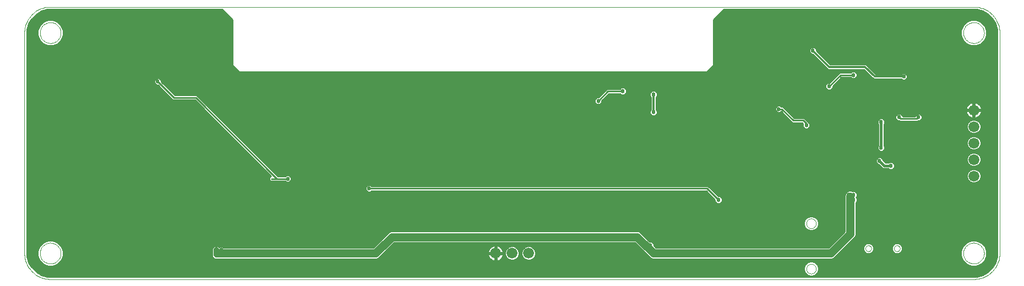
<source format=gbl>
G75*
G70*
%OFA0B0*%
%FSLAX24Y24*%
%IPPOS*%
%LPD*%
%AMOC8*
5,1,8,0,0,1.08239X$1,22.5*
%
%ADD10C,0.0000*%
%ADD11C,0.0660*%
%ADD12C,0.0100*%
%ADD13C,0.0246*%
%ADD14C,0.0500*%
%ADD15C,0.0320*%
%ADD16C,0.0160*%
%ADD17C,0.0120*%
D10*
X001725Y000937D02*
X057630Y000937D01*
X057000Y002512D02*
X057002Y002562D01*
X057008Y002612D01*
X057018Y002661D01*
X057032Y002709D01*
X057049Y002756D01*
X057070Y002801D01*
X057095Y002845D01*
X057123Y002886D01*
X057155Y002925D01*
X057189Y002962D01*
X057226Y002996D01*
X057266Y003026D01*
X057308Y003053D01*
X057352Y003077D01*
X057398Y003098D01*
X057445Y003114D01*
X057493Y003127D01*
X057543Y003136D01*
X057592Y003141D01*
X057643Y003142D01*
X057693Y003139D01*
X057742Y003132D01*
X057791Y003121D01*
X057839Y003106D01*
X057885Y003088D01*
X057930Y003066D01*
X057973Y003040D01*
X058014Y003011D01*
X058053Y002979D01*
X058089Y002944D01*
X058121Y002906D01*
X058151Y002866D01*
X058178Y002823D01*
X058201Y002779D01*
X058220Y002733D01*
X058236Y002685D01*
X058248Y002636D01*
X058256Y002587D01*
X058260Y002537D01*
X058260Y002487D01*
X058256Y002437D01*
X058248Y002388D01*
X058236Y002339D01*
X058220Y002291D01*
X058201Y002245D01*
X058178Y002201D01*
X058151Y002158D01*
X058121Y002118D01*
X058089Y002080D01*
X058053Y002045D01*
X058014Y002013D01*
X057973Y001984D01*
X057930Y001958D01*
X057885Y001936D01*
X057839Y001918D01*
X057791Y001903D01*
X057742Y001892D01*
X057693Y001885D01*
X057643Y001882D01*
X057592Y001883D01*
X057543Y001888D01*
X057493Y001897D01*
X057445Y001910D01*
X057398Y001926D01*
X057352Y001947D01*
X057308Y001971D01*
X057266Y001998D01*
X057226Y002028D01*
X057189Y002062D01*
X057155Y002099D01*
X057123Y002138D01*
X057095Y002179D01*
X057070Y002223D01*
X057049Y002268D01*
X057032Y002315D01*
X057018Y002363D01*
X057008Y002412D01*
X057002Y002462D01*
X057000Y002512D01*
X057630Y000937D02*
X057707Y000939D01*
X057784Y000945D01*
X057861Y000954D01*
X057937Y000967D01*
X058013Y000984D01*
X058087Y001005D01*
X058161Y001029D01*
X058233Y001057D01*
X058303Y001088D01*
X058372Y001123D01*
X058440Y001161D01*
X058505Y001202D01*
X058568Y001247D01*
X058629Y001295D01*
X058688Y001345D01*
X058744Y001398D01*
X058797Y001454D01*
X058847Y001513D01*
X058895Y001574D01*
X058940Y001637D01*
X058981Y001702D01*
X059019Y001770D01*
X059054Y001839D01*
X059085Y001909D01*
X059113Y001981D01*
X059137Y002055D01*
X059158Y002129D01*
X059175Y002205D01*
X059188Y002281D01*
X059197Y002358D01*
X059203Y002435D01*
X059205Y002512D01*
X059205Y015898D01*
X057000Y015898D02*
X057002Y015948D01*
X057008Y015998D01*
X057018Y016047D01*
X057032Y016095D01*
X057049Y016142D01*
X057070Y016187D01*
X057095Y016231D01*
X057123Y016272D01*
X057155Y016311D01*
X057189Y016348D01*
X057226Y016382D01*
X057266Y016412D01*
X057308Y016439D01*
X057352Y016463D01*
X057398Y016484D01*
X057445Y016500D01*
X057493Y016513D01*
X057543Y016522D01*
X057592Y016527D01*
X057643Y016528D01*
X057693Y016525D01*
X057742Y016518D01*
X057791Y016507D01*
X057839Y016492D01*
X057885Y016474D01*
X057930Y016452D01*
X057973Y016426D01*
X058014Y016397D01*
X058053Y016365D01*
X058089Y016330D01*
X058121Y016292D01*
X058151Y016252D01*
X058178Y016209D01*
X058201Y016165D01*
X058220Y016119D01*
X058236Y016071D01*
X058248Y016022D01*
X058256Y015973D01*
X058260Y015923D01*
X058260Y015873D01*
X058256Y015823D01*
X058248Y015774D01*
X058236Y015725D01*
X058220Y015677D01*
X058201Y015631D01*
X058178Y015587D01*
X058151Y015544D01*
X058121Y015504D01*
X058089Y015466D01*
X058053Y015431D01*
X058014Y015399D01*
X057973Y015370D01*
X057930Y015344D01*
X057885Y015322D01*
X057839Y015304D01*
X057791Y015289D01*
X057742Y015278D01*
X057693Y015271D01*
X057643Y015268D01*
X057592Y015269D01*
X057543Y015274D01*
X057493Y015283D01*
X057445Y015296D01*
X057398Y015312D01*
X057352Y015333D01*
X057308Y015357D01*
X057266Y015384D01*
X057226Y015414D01*
X057189Y015448D01*
X057155Y015485D01*
X057123Y015524D01*
X057095Y015565D01*
X057070Y015609D01*
X057049Y015654D01*
X057032Y015701D01*
X057018Y015749D01*
X057008Y015798D01*
X057002Y015848D01*
X057000Y015898D01*
X057630Y017473D02*
X057707Y017471D01*
X057784Y017465D01*
X057861Y017456D01*
X057937Y017443D01*
X058013Y017426D01*
X058087Y017405D01*
X058161Y017381D01*
X058233Y017353D01*
X058303Y017322D01*
X058372Y017287D01*
X058440Y017249D01*
X058505Y017208D01*
X058568Y017163D01*
X058629Y017115D01*
X058688Y017065D01*
X058744Y017012D01*
X058797Y016956D01*
X058847Y016897D01*
X058895Y016836D01*
X058940Y016773D01*
X058981Y016708D01*
X059019Y016640D01*
X059054Y016571D01*
X059085Y016501D01*
X059113Y016429D01*
X059137Y016355D01*
X059158Y016281D01*
X059175Y016205D01*
X059188Y016129D01*
X059197Y016052D01*
X059203Y015975D01*
X059205Y015898D01*
X057630Y017473D02*
X001725Y017473D01*
X001095Y015898D02*
X001097Y015948D01*
X001103Y015998D01*
X001113Y016047D01*
X001127Y016095D01*
X001144Y016142D01*
X001165Y016187D01*
X001190Y016231D01*
X001218Y016272D01*
X001250Y016311D01*
X001284Y016348D01*
X001321Y016382D01*
X001361Y016412D01*
X001403Y016439D01*
X001447Y016463D01*
X001493Y016484D01*
X001540Y016500D01*
X001588Y016513D01*
X001638Y016522D01*
X001687Y016527D01*
X001738Y016528D01*
X001788Y016525D01*
X001837Y016518D01*
X001886Y016507D01*
X001934Y016492D01*
X001980Y016474D01*
X002025Y016452D01*
X002068Y016426D01*
X002109Y016397D01*
X002148Y016365D01*
X002184Y016330D01*
X002216Y016292D01*
X002246Y016252D01*
X002273Y016209D01*
X002296Y016165D01*
X002315Y016119D01*
X002331Y016071D01*
X002343Y016022D01*
X002351Y015973D01*
X002355Y015923D01*
X002355Y015873D01*
X002351Y015823D01*
X002343Y015774D01*
X002331Y015725D01*
X002315Y015677D01*
X002296Y015631D01*
X002273Y015587D01*
X002246Y015544D01*
X002216Y015504D01*
X002184Y015466D01*
X002148Y015431D01*
X002109Y015399D01*
X002068Y015370D01*
X002025Y015344D01*
X001980Y015322D01*
X001934Y015304D01*
X001886Y015289D01*
X001837Y015278D01*
X001788Y015271D01*
X001738Y015268D01*
X001687Y015269D01*
X001638Y015274D01*
X001588Y015283D01*
X001540Y015296D01*
X001493Y015312D01*
X001447Y015333D01*
X001403Y015357D01*
X001361Y015384D01*
X001321Y015414D01*
X001284Y015448D01*
X001250Y015485D01*
X001218Y015524D01*
X001190Y015565D01*
X001165Y015609D01*
X001144Y015654D01*
X001127Y015701D01*
X001113Y015749D01*
X001103Y015798D01*
X001097Y015848D01*
X001095Y015898D01*
X000150Y015898D02*
X000152Y015975D01*
X000158Y016052D01*
X000167Y016129D01*
X000180Y016205D01*
X000197Y016281D01*
X000218Y016355D01*
X000242Y016429D01*
X000270Y016501D01*
X000301Y016571D01*
X000336Y016640D01*
X000374Y016708D01*
X000415Y016773D01*
X000460Y016836D01*
X000508Y016897D01*
X000558Y016956D01*
X000611Y017012D01*
X000667Y017065D01*
X000726Y017115D01*
X000787Y017163D01*
X000850Y017208D01*
X000915Y017249D01*
X000983Y017287D01*
X001052Y017322D01*
X001122Y017353D01*
X001194Y017381D01*
X001268Y017405D01*
X001342Y017426D01*
X001418Y017443D01*
X001494Y017456D01*
X001571Y017465D01*
X001648Y017471D01*
X001725Y017473D01*
X000150Y015898D02*
X000150Y002512D01*
X001095Y002512D02*
X001097Y002562D01*
X001103Y002612D01*
X001113Y002661D01*
X001127Y002709D01*
X001144Y002756D01*
X001165Y002801D01*
X001190Y002845D01*
X001218Y002886D01*
X001250Y002925D01*
X001284Y002962D01*
X001321Y002996D01*
X001361Y003026D01*
X001403Y003053D01*
X001447Y003077D01*
X001493Y003098D01*
X001540Y003114D01*
X001588Y003127D01*
X001638Y003136D01*
X001687Y003141D01*
X001738Y003142D01*
X001788Y003139D01*
X001837Y003132D01*
X001886Y003121D01*
X001934Y003106D01*
X001980Y003088D01*
X002025Y003066D01*
X002068Y003040D01*
X002109Y003011D01*
X002148Y002979D01*
X002184Y002944D01*
X002216Y002906D01*
X002246Y002866D01*
X002273Y002823D01*
X002296Y002779D01*
X002315Y002733D01*
X002331Y002685D01*
X002343Y002636D01*
X002351Y002587D01*
X002355Y002537D01*
X002355Y002487D01*
X002351Y002437D01*
X002343Y002388D01*
X002331Y002339D01*
X002315Y002291D01*
X002296Y002245D01*
X002273Y002201D01*
X002246Y002158D01*
X002216Y002118D01*
X002184Y002080D01*
X002148Y002045D01*
X002109Y002013D01*
X002068Y001984D01*
X002025Y001958D01*
X001980Y001936D01*
X001934Y001918D01*
X001886Y001903D01*
X001837Y001892D01*
X001788Y001885D01*
X001738Y001882D01*
X001687Y001883D01*
X001638Y001888D01*
X001588Y001897D01*
X001540Y001910D01*
X001493Y001926D01*
X001447Y001947D01*
X001403Y001971D01*
X001361Y001998D01*
X001321Y002028D01*
X001284Y002062D01*
X001250Y002099D01*
X001218Y002138D01*
X001190Y002179D01*
X001165Y002223D01*
X001144Y002268D01*
X001127Y002315D01*
X001113Y002363D01*
X001103Y002412D01*
X001097Y002462D01*
X001095Y002512D01*
X000150Y002512D02*
X000152Y002435D01*
X000158Y002358D01*
X000167Y002281D01*
X000180Y002205D01*
X000197Y002129D01*
X000218Y002055D01*
X000242Y001981D01*
X000270Y001909D01*
X000301Y001839D01*
X000336Y001770D01*
X000374Y001702D01*
X000415Y001637D01*
X000460Y001574D01*
X000508Y001513D01*
X000558Y001454D01*
X000611Y001398D01*
X000667Y001345D01*
X000726Y001295D01*
X000787Y001247D01*
X000850Y001202D01*
X000915Y001161D01*
X000983Y001123D01*
X001052Y001088D01*
X001122Y001057D01*
X001194Y001029D01*
X001268Y001005D01*
X001342Y000984D01*
X001418Y000967D01*
X001494Y000954D01*
X001571Y000945D01*
X001648Y000939D01*
X001725Y000937D01*
X047493Y001567D02*
X047495Y001601D01*
X047501Y001635D01*
X047511Y001668D01*
X047524Y001699D01*
X047542Y001729D01*
X047562Y001757D01*
X047586Y001782D01*
X047612Y001804D01*
X047640Y001822D01*
X047671Y001838D01*
X047703Y001850D01*
X047737Y001858D01*
X047771Y001862D01*
X047805Y001862D01*
X047839Y001858D01*
X047873Y001850D01*
X047905Y001838D01*
X047935Y001822D01*
X047964Y001804D01*
X047990Y001782D01*
X048014Y001757D01*
X048034Y001729D01*
X048052Y001699D01*
X048065Y001668D01*
X048075Y001635D01*
X048081Y001601D01*
X048083Y001567D01*
X048081Y001533D01*
X048075Y001499D01*
X048065Y001466D01*
X048052Y001435D01*
X048034Y001405D01*
X048014Y001377D01*
X047990Y001352D01*
X047964Y001330D01*
X047936Y001312D01*
X047905Y001296D01*
X047873Y001284D01*
X047839Y001276D01*
X047805Y001272D01*
X047771Y001272D01*
X047737Y001276D01*
X047703Y001284D01*
X047671Y001296D01*
X047640Y001312D01*
X047612Y001330D01*
X047586Y001352D01*
X047562Y001377D01*
X047542Y001405D01*
X047524Y001435D01*
X047511Y001466D01*
X047501Y001499D01*
X047495Y001533D01*
X047493Y001567D01*
X051075Y002807D02*
X051077Y002833D01*
X051083Y002859D01*
X051093Y002884D01*
X051106Y002907D01*
X051122Y002927D01*
X051142Y002945D01*
X051164Y002960D01*
X051187Y002972D01*
X051213Y002980D01*
X051239Y002984D01*
X051265Y002984D01*
X051291Y002980D01*
X051317Y002972D01*
X051341Y002960D01*
X051362Y002945D01*
X051382Y002927D01*
X051398Y002907D01*
X051411Y002884D01*
X051421Y002859D01*
X051427Y002833D01*
X051429Y002807D01*
X051427Y002781D01*
X051421Y002755D01*
X051411Y002730D01*
X051398Y002707D01*
X051382Y002687D01*
X051362Y002669D01*
X051340Y002654D01*
X051317Y002642D01*
X051291Y002634D01*
X051265Y002630D01*
X051239Y002630D01*
X051213Y002634D01*
X051187Y002642D01*
X051163Y002654D01*
X051142Y002669D01*
X051122Y002687D01*
X051106Y002707D01*
X051093Y002730D01*
X051083Y002755D01*
X051077Y002781D01*
X051075Y002807D01*
X052808Y002807D02*
X052810Y002833D01*
X052816Y002859D01*
X052826Y002884D01*
X052839Y002907D01*
X052855Y002927D01*
X052875Y002945D01*
X052897Y002960D01*
X052920Y002972D01*
X052946Y002980D01*
X052972Y002984D01*
X052998Y002984D01*
X053024Y002980D01*
X053050Y002972D01*
X053074Y002960D01*
X053095Y002945D01*
X053115Y002927D01*
X053131Y002907D01*
X053144Y002884D01*
X053154Y002859D01*
X053160Y002833D01*
X053162Y002807D01*
X053160Y002781D01*
X053154Y002755D01*
X053144Y002730D01*
X053131Y002707D01*
X053115Y002687D01*
X053095Y002669D01*
X053073Y002654D01*
X053050Y002642D01*
X053024Y002634D01*
X052998Y002630D01*
X052972Y002630D01*
X052946Y002634D01*
X052920Y002642D01*
X052896Y002654D01*
X052875Y002669D01*
X052855Y002687D01*
X052839Y002707D01*
X052826Y002730D01*
X052816Y002755D01*
X052810Y002781D01*
X052808Y002807D01*
X047493Y004323D02*
X047495Y004357D01*
X047501Y004391D01*
X047511Y004424D01*
X047524Y004455D01*
X047542Y004485D01*
X047562Y004513D01*
X047586Y004538D01*
X047612Y004560D01*
X047640Y004578D01*
X047671Y004594D01*
X047703Y004606D01*
X047737Y004614D01*
X047771Y004618D01*
X047805Y004618D01*
X047839Y004614D01*
X047873Y004606D01*
X047905Y004594D01*
X047935Y004578D01*
X047964Y004560D01*
X047990Y004538D01*
X048014Y004513D01*
X048034Y004485D01*
X048052Y004455D01*
X048065Y004424D01*
X048075Y004391D01*
X048081Y004357D01*
X048083Y004323D01*
X048081Y004289D01*
X048075Y004255D01*
X048065Y004222D01*
X048052Y004191D01*
X048034Y004161D01*
X048014Y004133D01*
X047990Y004108D01*
X047964Y004086D01*
X047936Y004068D01*
X047905Y004052D01*
X047873Y004040D01*
X047839Y004032D01*
X047805Y004028D01*
X047771Y004028D01*
X047737Y004032D01*
X047703Y004040D01*
X047671Y004052D01*
X047640Y004068D01*
X047612Y004086D01*
X047586Y004108D01*
X047562Y004133D01*
X047542Y004161D01*
X047524Y004191D01*
X047511Y004222D01*
X047501Y004255D01*
X047495Y004289D01*
X047493Y004323D01*
D11*
X057630Y007205D03*
X057630Y008205D03*
X057630Y009205D03*
X057630Y010205D03*
X057630Y011205D03*
X030678Y002512D03*
X029678Y002512D03*
X028678Y002512D03*
D12*
X001539Y001100D02*
X001180Y001196D01*
X000927Y001342D01*
X000554Y001714D01*
X000408Y001967D01*
X000312Y002326D01*
X000300Y002512D01*
X000300Y015898D01*
X000312Y016084D01*
X000408Y016443D01*
X000554Y016696D01*
X000927Y017068D01*
X001180Y017214D01*
X001539Y017311D01*
X001725Y017323D01*
X012111Y017323D01*
X012748Y016685D01*
X012748Y013930D01*
X013142Y013536D01*
X041489Y013536D01*
X041882Y013930D01*
X041882Y016685D01*
X042520Y017323D01*
X057630Y017323D01*
X057816Y017311D01*
X058176Y017214D01*
X058429Y017068D01*
X058801Y016696D01*
X058947Y016443D01*
X059043Y016084D01*
X059055Y015898D01*
X059055Y002512D01*
X059043Y002326D01*
X058947Y001967D01*
X058947Y001967D01*
X058801Y001714D01*
X058429Y001342D01*
X058176Y001196D01*
X057816Y001100D01*
X057630Y001087D01*
X001725Y001087D01*
X001539Y001100D01*
X001409Y001134D02*
X047669Y001134D01*
X047699Y001122D02*
X047876Y001122D01*
X048040Y001190D01*
X048165Y001315D01*
X048233Y001479D01*
X048233Y001656D01*
X048165Y001820D01*
X048040Y001945D01*
X047876Y002013D01*
X047699Y002013D01*
X047536Y001945D01*
X047410Y001820D01*
X047343Y001656D01*
X047343Y001479D01*
X047410Y001315D01*
X047536Y001190D01*
X047699Y001122D01*
X047906Y001134D02*
X057946Y001134D01*
X058240Y001233D02*
X048083Y001233D01*
X048172Y001331D02*
X058410Y001331D01*
X058517Y001430D02*
X048213Y001430D01*
X048233Y001528D02*
X058615Y001528D01*
X058714Y001627D02*
X048233Y001627D01*
X048204Y001725D02*
X058807Y001725D01*
X058864Y001824D02*
X058007Y001824D01*
X058072Y001851D02*
X057785Y001732D01*
X057475Y001732D01*
X057189Y001851D01*
X056969Y002070D01*
X056850Y002357D01*
X056850Y002667D01*
X056969Y002954D01*
X057189Y003173D01*
X057475Y003292D01*
X057785Y003292D01*
X058072Y003173D01*
X058291Y002954D01*
X058410Y002667D01*
X058410Y002357D01*
X058291Y002070D01*
X058072Y001851D01*
X058143Y001922D02*
X058921Y001922D01*
X058961Y002021D02*
X058242Y002021D01*
X058312Y002119D02*
X058988Y002119D01*
X059014Y002218D02*
X058353Y002218D01*
X058393Y002316D02*
X059040Y002316D01*
X059049Y002415D02*
X058410Y002415D01*
X058410Y002513D02*
X059055Y002513D01*
X059055Y002612D02*
X058410Y002612D01*
X058392Y002710D02*
X059055Y002710D01*
X059055Y002809D02*
X058352Y002809D01*
X058311Y002907D02*
X059055Y002907D01*
X059055Y003006D02*
X058240Y003006D01*
X058141Y003104D02*
X059055Y003104D01*
X059055Y003203D02*
X058001Y003203D01*
X057260Y003203D02*
X050155Y003203D01*
X050253Y003301D02*
X059055Y003301D01*
X059055Y003400D02*
X050352Y003400D01*
X050348Y003397D02*
X050447Y003495D01*
X050500Y003624D01*
X050500Y005598D01*
X050570Y005668D01*
X050570Y005853D01*
X050515Y005908D01*
X050570Y005963D01*
X050570Y006148D01*
X050439Y006279D01*
X050289Y006279D01*
X050220Y006307D01*
X050080Y006307D01*
X050011Y006279D01*
X049959Y006279D01*
X049829Y006148D01*
X049829Y006096D01*
X049800Y006027D01*
X049800Y003838D01*
X048824Y002862D01*
X038386Y002862D01*
X038267Y002981D01*
X038267Y003097D01*
X038136Y003227D01*
X038020Y003227D01*
X037455Y003793D01*
X037326Y003846D01*
X022324Y003846D01*
X022196Y003793D01*
X022097Y003695D01*
X021265Y002862D01*
X012222Y002862D01*
X012152Y002932D01*
X011967Y002932D01*
X011938Y002903D01*
X011911Y002929D01*
X011816Y002969D01*
X011712Y002969D01*
X011617Y002929D01*
X011544Y002856D01*
X011504Y002761D01*
X011504Y002362D01*
X011544Y002267D01*
X011617Y002193D01*
X011712Y002154D01*
X012111Y002154D01*
X012132Y002162D01*
X020495Y002162D01*
X021479Y002162D01*
X021608Y002215D01*
X022539Y003146D01*
X037111Y003146D01*
X037944Y002314D01*
X038042Y002215D01*
X038171Y002162D01*
X049039Y002162D01*
X049167Y002215D01*
X050348Y003397D01*
X050448Y003498D02*
X059055Y003498D01*
X059055Y003597D02*
X050489Y003597D01*
X050500Y003695D02*
X059055Y003695D01*
X059055Y003794D02*
X050500Y003794D01*
X050500Y003892D02*
X059055Y003892D01*
X059055Y003991D02*
X050500Y003991D01*
X050500Y004089D02*
X059055Y004089D01*
X059055Y004188D02*
X050500Y004188D01*
X050500Y004286D02*
X059055Y004286D01*
X059055Y004385D02*
X050500Y004385D01*
X050500Y004483D02*
X059055Y004483D01*
X059055Y004582D02*
X050500Y004582D01*
X050500Y004680D02*
X059055Y004680D01*
X059055Y004779D02*
X050500Y004779D01*
X050500Y004877D02*
X059055Y004877D01*
X059055Y004976D02*
X050500Y004976D01*
X050500Y005074D02*
X059055Y005074D01*
X059055Y005173D02*
X050500Y005173D01*
X050500Y005271D02*
X059055Y005271D01*
X059055Y005370D02*
X050500Y005370D01*
X050500Y005468D02*
X059055Y005468D01*
X059055Y005567D02*
X050500Y005567D01*
X050567Y005665D02*
X059055Y005665D01*
X059055Y005764D02*
X050570Y005764D01*
X050560Y005862D02*
X059055Y005862D01*
X059055Y005961D02*
X050568Y005961D01*
X050570Y006059D02*
X059055Y006059D01*
X059055Y006158D02*
X050560Y006158D01*
X050461Y006256D02*
X059055Y006256D01*
X059055Y006355D02*
X041795Y006355D01*
X041697Y006453D02*
X059055Y006453D01*
X059055Y006552D02*
X041598Y006552D01*
X041551Y006599D02*
X021181Y006599D01*
X021109Y006672D01*
X020924Y006672D01*
X020793Y006542D01*
X020793Y006357D01*
X020924Y006226D01*
X021109Y006226D01*
X021181Y006299D01*
X041426Y006299D01*
X041955Y005771D01*
X041955Y005668D01*
X042085Y005537D01*
X042270Y005537D01*
X042401Y005668D01*
X042401Y005853D01*
X042270Y005983D01*
X042167Y005983D01*
X041551Y006599D01*
X041489Y006449D02*
X042178Y005760D01*
X042401Y005764D02*
X049800Y005764D01*
X049800Y005862D02*
X042391Y005862D01*
X042292Y005961D02*
X049800Y005961D01*
X049814Y006059D02*
X042091Y006059D01*
X041992Y006158D02*
X049839Y006158D01*
X049937Y006256D02*
X041894Y006256D01*
X041666Y006059D02*
X000300Y006059D01*
X000300Y005961D02*
X041765Y005961D01*
X041863Y005862D02*
X000300Y005862D01*
X000300Y005764D02*
X041955Y005764D01*
X041957Y005665D02*
X000300Y005665D01*
X000300Y005567D02*
X042056Y005567D01*
X042300Y005567D02*
X049800Y005567D01*
X049800Y005665D02*
X042398Y005665D01*
X041568Y006158D02*
X000300Y006158D01*
X000300Y006256D02*
X020894Y006256D01*
X020795Y006355D02*
X000300Y006355D01*
X000300Y006453D02*
X020793Y006453D01*
X020803Y006552D02*
X000300Y006552D01*
X000300Y006650D02*
X020902Y006650D01*
X021130Y006650D02*
X059055Y006650D01*
X059055Y006749D02*
X000300Y006749D01*
X000300Y006847D02*
X015972Y006847D01*
X016003Y006817D02*
X016187Y006817D01*
X016318Y006947D01*
X016318Y007132D01*
X016187Y007263D01*
X016003Y007263D01*
X015930Y007190D01*
X015507Y007190D01*
X010586Y012111D01*
X009267Y012111D01*
X008444Y012934D01*
X008444Y013038D01*
X008313Y013168D01*
X008128Y013168D01*
X007998Y013038D01*
X007998Y012853D01*
X008128Y012722D01*
X008232Y012722D01*
X009055Y011899D01*
X009143Y011811D01*
X010462Y011811D01*
X015083Y007190D01*
X015048Y007190D01*
X014961Y007102D01*
X014961Y006978D01*
X015048Y006890D01*
X015930Y006890D01*
X016003Y006817D01*
X016218Y006847D02*
X057380Y006847D01*
X057387Y006841D02*
X057545Y006775D01*
X057716Y006775D01*
X057874Y006841D01*
X057995Y006962D01*
X058060Y007120D01*
X058060Y007291D01*
X057995Y007449D01*
X057874Y007570D01*
X057716Y007635D01*
X057545Y007635D01*
X057387Y007570D01*
X057266Y007449D01*
X057200Y007291D01*
X057200Y007120D01*
X057266Y006962D01*
X057387Y006841D01*
X057281Y006946D02*
X016316Y006946D01*
X016318Y007044D02*
X057231Y007044D01*
X057200Y007143D02*
X016307Y007143D01*
X016209Y007241D02*
X057200Y007241D01*
X057221Y007340D02*
X015357Y007340D01*
X015259Y007438D02*
X057262Y007438D01*
X057354Y007537D02*
X015160Y007537D01*
X015062Y007635D02*
X052487Y007635D01*
X052475Y007647D02*
X052518Y007604D01*
X052703Y007604D01*
X052834Y007735D01*
X052834Y007920D01*
X052703Y008050D01*
X052518Y008050D01*
X052475Y008007D01*
X052291Y008007D01*
X052145Y008154D01*
X052145Y008215D01*
X052014Y008345D01*
X051829Y008345D01*
X051699Y008215D01*
X051699Y008030D01*
X051829Y007899D01*
X051890Y007899D01*
X052142Y007647D01*
X052475Y007647D01*
X052734Y007635D02*
X059055Y007635D01*
X059055Y007537D02*
X057907Y007537D01*
X057999Y007438D02*
X059055Y007438D01*
X059055Y007340D02*
X058040Y007340D01*
X058060Y007241D02*
X059055Y007241D01*
X059055Y007143D02*
X058060Y007143D01*
X058029Y007044D02*
X059055Y007044D01*
X059055Y006946D02*
X057979Y006946D01*
X057881Y006847D02*
X059055Y006847D01*
X059055Y007734D02*
X052833Y007734D01*
X052834Y007832D02*
X057406Y007832D01*
X057387Y007841D02*
X057545Y007775D01*
X057716Y007775D01*
X057874Y007841D01*
X057995Y007962D01*
X058060Y008120D01*
X058060Y008291D01*
X057995Y008449D01*
X057874Y008570D01*
X057716Y008635D01*
X057545Y008635D01*
X057387Y008570D01*
X057266Y008449D01*
X057200Y008291D01*
X057200Y008120D01*
X057266Y007962D01*
X057387Y007841D01*
X057296Y007931D02*
X052822Y007931D01*
X052724Y008029D02*
X057238Y008029D01*
X057200Y008128D02*
X052171Y008128D01*
X052133Y008226D02*
X057200Y008226D01*
X057215Y008325D02*
X052035Y008325D01*
X051809Y008325D02*
X014372Y008325D01*
X014274Y008423D02*
X057255Y008423D01*
X057339Y008522D02*
X014175Y008522D01*
X014077Y008620D02*
X057509Y008620D01*
X057545Y008775D02*
X057716Y008775D01*
X057874Y008841D01*
X057995Y008962D01*
X058060Y009120D01*
X058060Y009291D01*
X057995Y009449D01*
X057874Y009570D01*
X057716Y009635D01*
X057545Y009635D01*
X057387Y009570D01*
X057266Y009449D01*
X057200Y009291D01*
X057200Y009120D01*
X057266Y008962D01*
X057387Y008841D01*
X057545Y008775D01*
X057443Y008817D02*
X052243Y008817D01*
X052112Y008687D01*
X051928Y008687D01*
X051797Y008817D01*
X013880Y008817D01*
X013978Y008719D02*
X051896Y008719D01*
X051797Y008817D02*
X051797Y009002D01*
X051840Y009045D01*
X051840Y010349D01*
X051797Y010392D01*
X051797Y010577D01*
X051928Y010708D01*
X052112Y010708D01*
X052243Y010577D01*
X052243Y010392D01*
X052200Y010349D01*
X052200Y009045D01*
X052243Y009002D01*
X052243Y008817D01*
X052243Y008916D02*
X057311Y008916D01*
X057244Y009014D02*
X052231Y009014D01*
X052200Y009113D02*
X057203Y009113D01*
X057200Y009211D02*
X052200Y009211D01*
X052200Y009310D02*
X057208Y009310D01*
X057249Y009408D02*
X052200Y009408D01*
X052200Y009507D02*
X057324Y009507D01*
X057473Y009605D02*
X052200Y009605D01*
X052200Y009704D02*
X059055Y009704D01*
X059055Y009802D02*
X057782Y009802D01*
X057716Y009775D02*
X057874Y009841D01*
X057995Y009962D01*
X058060Y010120D01*
X058060Y010291D01*
X057995Y010449D01*
X057874Y010570D01*
X057716Y010635D01*
X057545Y010635D01*
X057387Y010570D01*
X057266Y010449D01*
X057200Y010291D01*
X057200Y010120D01*
X057266Y009962D01*
X057387Y009841D01*
X057545Y009775D01*
X057716Y009775D01*
X057788Y009605D02*
X059055Y009605D01*
X059055Y009507D02*
X057937Y009507D01*
X058012Y009408D02*
X059055Y009408D01*
X059055Y009310D02*
X058052Y009310D01*
X058060Y009211D02*
X059055Y009211D01*
X059055Y009113D02*
X058058Y009113D01*
X058017Y009014D02*
X059055Y009014D01*
X059055Y008916D02*
X057949Y008916D01*
X057818Y008817D02*
X059055Y008817D01*
X059055Y008719D02*
X052145Y008719D01*
X051797Y008916D02*
X013781Y008916D01*
X013683Y009014D02*
X051809Y009014D01*
X051840Y009113D02*
X013584Y009113D01*
X013486Y009211D02*
X051840Y009211D01*
X051840Y009310D02*
X013387Y009310D01*
X013289Y009408D02*
X051840Y009408D01*
X051840Y009507D02*
X013190Y009507D01*
X013092Y009605D02*
X051840Y009605D01*
X051840Y009704D02*
X012993Y009704D01*
X012895Y009802D02*
X051840Y009802D01*
X051840Y009901D02*
X012796Y009901D01*
X012698Y009999D02*
X051840Y009999D01*
X051840Y010098D02*
X047618Y010098D01*
X047585Y010065D02*
X047716Y010195D01*
X047716Y010380D01*
X047585Y010511D01*
X047580Y010511D01*
X047446Y010645D01*
X047358Y010733D01*
X046767Y010733D01*
X046166Y011334D01*
X046078Y011422D01*
X045985Y011422D01*
X045912Y011495D01*
X045727Y011495D01*
X045596Y011364D01*
X045596Y011180D01*
X045727Y011049D01*
X045912Y011049D01*
X045969Y011107D01*
X046643Y010433D01*
X047234Y010433D01*
X047278Y010389D01*
X047270Y010380D01*
X047270Y010195D01*
X047400Y010065D01*
X047585Y010065D01*
X047716Y010196D02*
X051840Y010196D01*
X051840Y010295D02*
X047716Y010295D01*
X047702Y010393D02*
X051797Y010393D01*
X051797Y010492D02*
X047604Y010492D01*
X047500Y010590D02*
X051811Y010590D01*
X051909Y010689D02*
X047402Y010689D01*
X047296Y010583D02*
X046705Y010583D01*
X046016Y011272D01*
X045819Y011272D01*
X045596Y011280D02*
X038401Y011280D01*
X038401Y011231D02*
X038401Y012003D01*
X038464Y012066D01*
X038464Y012250D01*
X038333Y012381D01*
X038148Y012381D01*
X038018Y012250D01*
X038018Y012066D01*
X038081Y012003D01*
X038081Y011231D01*
X038018Y011168D01*
X038018Y010983D01*
X038148Y010852D01*
X038333Y010852D01*
X038464Y010983D01*
X038464Y011168D01*
X038401Y011231D01*
X038450Y011181D02*
X045596Y011181D01*
X045693Y011083D02*
X038464Y011083D01*
X038464Y010984D02*
X046092Y010984D01*
X046190Y010886D02*
X038367Y010886D01*
X038114Y010886D02*
X011811Y010886D01*
X011713Y010984D02*
X038018Y010984D01*
X038018Y011083D02*
X011614Y011083D01*
X011516Y011181D02*
X038031Y011181D01*
X038081Y011280D02*
X011417Y011280D01*
X011319Y011378D02*
X038081Y011378D01*
X038081Y011477D02*
X011220Y011477D01*
X011122Y011575D02*
X034767Y011575D01*
X034802Y011541D02*
X034671Y011672D01*
X034671Y011857D01*
X034802Y011987D01*
X034905Y011987D01*
X035423Y012505D01*
X036205Y012505D01*
X036278Y012578D01*
X036463Y012578D01*
X036593Y012447D01*
X036593Y012262D01*
X036463Y012132D01*
X036278Y012132D01*
X036205Y012205D01*
X035547Y012205D01*
X035117Y011775D01*
X035117Y011672D01*
X034986Y011541D01*
X034802Y011541D01*
X034671Y011674D02*
X011023Y011674D01*
X010925Y011772D02*
X034671Y011772D01*
X034685Y011871D02*
X010826Y011871D01*
X010728Y011969D02*
X034784Y011969D01*
X034986Y012068D02*
X010629Y012068D01*
X010524Y011961D02*
X015445Y007040D01*
X016095Y007040D01*
X015981Y007241D02*
X015456Y007241D01*
X015445Y007040D02*
X015111Y007040D01*
X015002Y007143D02*
X000300Y007143D01*
X000300Y007241D02*
X015031Y007241D01*
X014933Y007340D02*
X000300Y007340D01*
X000300Y007438D02*
X014834Y007438D01*
X014736Y007537D02*
X000300Y007537D01*
X000300Y007635D02*
X014637Y007635D01*
X014539Y007734D02*
X000300Y007734D01*
X000300Y007832D02*
X014440Y007832D01*
X014342Y007931D02*
X000300Y007931D01*
X000300Y008029D02*
X014243Y008029D01*
X014145Y008128D02*
X000300Y008128D01*
X000300Y008226D02*
X014046Y008226D01*
X013948Y008325D02*
X000300Y008325D01*
X000300Y008423D02*
X013849Y008423D01*
X013751Y008522D02*
X000300Y008522D01*
X000300Y008620D02*
X013652Y008620D01*
X013554Y008719D02*
X000300Y008719D01*
X000300Y008817D02*
X013455Y008817D01*
X013357Y008916D02*
X000300Y008916D01*
X000300Y009014D02*
X013258Y009014D01*
X013160Y009113D02*
X000300Y009113D01*
X000300Y009211D02*
X013061Y009211D01*
X012963Y009310D02*
X000300Y009310D01*
X000300Y009408D02*
X012864Y009408D01*
X012766Y009507D02*
X000300Y009507D01*
X000300Y009605D02*
X012667Y009605D01*
X012569Y009704D02*
X000300Y009704D01*
X000300Y009802D02*
X012470Y009802D01*
X012372Y009901D02*
X000300Y009901D01*
X000300Y009999D02*
X012273Y009999D01*
X012175Y010098D02*
X000300Y010098D01*
X000300Y010196D02*
X012076Y010196D01*
X011978Y010295D02*
X000300Y010295D01*
X000300Y010393D02*
X011879Y010393D01*
X011781Y010492D02*
X000300Y010492D01*
X000300Y010590D02*
X011682Y010590D01*
X011584Y010689D02*
X000300Y010689D01*
X000300Y010787D02*
X011485Y010787D01*
X011387Y010886D02*
X000300Y010886D01*
X000300Y010984D02*
X011288Y010984D01*
X011190Y011083D02*
X000300Y011083D01*
X000300Y011181D02*
X011091Y011181D01*
X010993Y011280D02*
X000300Y011280D01*
X000300Y011378D02*
X010894Y011378D01*
X010796Y011477D02*
X000300Y011477D01*
X000300Y011575D02*
X010697Y011575D01*
X010599Y011674D02*
X000300Y011674D01*
X000300Y011772D02*
X010500Y011772D01*
X010524Y011961D02*
X009205Y011961D01*
X008221Y012945D01*
X008444Y012954D02*
X048963Y012954D01*
X048881Y012873D02*
X048778Y012873D01*
X048647Y012742D01*
X048647Y012558D01*
X048778Y012427D01*
X048963Y012427D01*
X049093Y012558D01*
X049093Y012661D01*
X049622Y013189D01*
X050181Y013189D01*
X050254Y013116D01*
X050439Y013116D01*
X050570Y013247D01*
X050570Y013431D01*
X050439Y013562D01*
X050254Y013562D01*
X050181Y013489D01*
X049497Y013489D01*
X048881Y012873D01*
X048761Y012856D02*
X008522Y012856D01*
X008621Y012757D02*
X048663Y012757D01*
X048647Y012659D02*
X008719Y012659D01*
X008818Y012560D02*
X036261Y012560D01*
X036480Y012560D02*
X048647Y012560D01*
X048743Y012462D02*
X036579Y012462D01*
X036593Y012363D02*
X038131Y012363D01*
X038032Y012265D02*
X036593Y012265D01*
X036498Y012166D02*
X038018Y012166D01*
X038018Y012068D02*
X035410Y012068D01*
X035508Y012166D02*
X036243Y012166D01*
X036370Y012355D02*
X035485Y012355D01*
X034894Y011764D01*
X035117Y011772D02*
X038081Y011772D01*
X038081Y011674D02*
X035117Y011674D01*
X035021Y011575D02*
X038081Y011575D01*
X038081Y011871D02*
X035213Y011871D01*
X035311Y011969D02*
X038081Y011969D01*
X038401Y011969D02*
X059055Y011969D01*
X059055Y011871D02*
X038401Y011871D01*
X038401Y011772D02*
X059055Y011772D01*
X059055Y011674D02*
X057739Y011674D01*
X057743Y011673D02*
X057679Y011683D01*
X057679Y011254D01*
X057582Y011254D01*
X057582Y011683D01*
X057518Y011673D01*
X057446Y011650D01*
X057379Y011616D01*
X057318Y011571D01*
X057264Y011518D01*
X057220Y011457D01*
X057185Y011389D01*
X057162Y011318D01*
X057152Y011254D01*
X057582Y011254D01*
X057582Y011157D01*
X057152Y011157D01*
X057162Y011093D01*
X057185Y011021D01*
X057220Y010954D01*
X057264Y010892D01*
X057318Y010839D01*
X057379Y010795D01*
X057446Y010760D01*
X057518Y010737D01*
X057582Y010727D01*
X057582Y011157D01*
X057679Y011157D01*
X057679Y011254D01*
X058109Y011254D01*
X058098Y011318D01*
X058075Y011389D01*
X058041Y011457D01*
X057996Y011518D01*
X057943Y011571D01*
X057882Y011616D01*
X057815Y011650D01*
X057743Y011673D01*
X057679Y011674D02*
X057582Y011674D01*
X057522Y011674D02*
X038401Y011674D01*
X038401Y011575D02*
X057323Y011575D01*
X057234Y011477D02*
X045930Y011477D01*
X046122Y011378D02*
X057182Y011378D01*
X057156Y011280D02*
X046220Y011280D01*
X046319Y011181D02*
X057582Y011181D01*
X057679Y011181D02*
X059055Y011181D01*
X059055Y011083D02*
X058095Y011083D01*
X058098Y011093D02*
X058109Y011157D01*
X057679Y011157D01*
X057679Y010727D01*
X057743Y010737D01*
X057815Y010760D01*
X057882Y010795D01*
X057943Y010839D01*
X057996Y010892D01*
X058041Y010954D01*
X058075Y011021D01*
X058098Y011093D01*
X058057Y010984D02*
X059055Y010984D01*
X059055Y010886D02*
X057990Y010886D01*
X057868Y010787D02*
X059055Y010787D01*
X059055Y010689D02*
X054507Y010689D01*
X054507Y010688D02*
X054507Y010872D01*
X054376Y011003D01*
X054191Y011003D01*
X054061Y010872D01*
X054061Y010831D01*
X053326Y010831D01*
X053326Y010872D01*
X053195Y011003D01*
X053010Y011003D01*
X052880Y010872D01*
X052880Y010688D01*
X053010Y010557D01*
X053114Y010557D01*
X053139Y010531D01*
X054248Y010531D01*
X054273Y010557D01*
X054376Y010557D01*
X054507Y010688D01*
X054507Y010787D02*
X057393Y010787D01*
X057271Y010886D02*
X054493Y010886D01*
X054395Y010984D02*
X057204Y010984D01*
X057165Y011083D02*
X046417Y011083D01*
X046516Y010984D02*
X052992Y010984D01*
X052893Y010886D02*
X046614Y010886D01*
X046713Y010787D02*
X052880Y010787D01*
X052880Y010689D02*
X052131Y010689D01*
X052230Y010590D02*
X052977Y010590D01*
X053103Y010780D02*
X053201Y010681D01*
X054185Y010681D01*
X054284Y010780D01*
X054410Y010590D02*
X057437Y010590D01*
X057309Y010492D02*
X052243Y010492D01*
X052243Y010393D02*
X057243Y010393D01*
X057202Y010295D02*
X052200Y010295D01*
X052200Y010196D02*
X057200Y010196D01*
X057209Y010098D02*
X052200Y010098D01*
X052200Y009999D02*
X057250Y009999D01*
X057326Y009901D02*
X052200Y009901D01*
X052200Y009802D02*
X057479Y009802D01*
X057934Y009901D02*
X059055Y009901D01*
X059055Y009999D02*
X058011Y009999D01*
X058051Y010098D02*
X059055Y010098D01*
X059055Y010196D02*
X058060Y010196D01*
X058059Y010295D02*
X059055Y010295D01*
X059055Y010393D02*
X058018Y010393D01*
X057952Y010492D02*
X059055Y010492D01*
X059055Y010590D02*
X057824Y010590D01*
X057679Y010787D02*
X057582Y010787D01*
X057582Y010886D02*
X057679Y010886D01*
X057679Y010984D02*
X057582Y010984D01*
X057582Y011083D02*
X057679Y011083D01*
X057679Y011280D02*
X057582Y011280D01*
X057582Y011378D02*
X057679Y011378D01*
X057679Y011477D02*
X057582Y011477D01*
X057582Y011575D02*
X057679Y011575D01*
X057937Y011575D02*
X059055Y011575D01*
X059055Y011477D02*
X058026Y011477D01*
X058079Y011378D02*
X059055Y011378D01*
X059055Y011280D02*
X058104Y011280D01*
X059055Y012068D02*
X038464Y012068D01*
X038464Y012166D02*
X059055Y012166D01*
X059055Y012265D02*
X038449Y012265D01*
X038350Y012363D02*
X059055Y012363D01*
X059055Y012462D02*
X048998Y012462D01*
X049093Y012560D02*
X059055Y012560D01*
X059055Y012659D02*
X049093Y012659D01*
X049190Y012757D02*
X059055Y012757D01*
X059055Y012856D02*
X049289Y012856D01*
X049387Y012954D02*
X059055Y012954D01*
X059055Y013053D02*
X053526Y013053D01*
X053490Y013018D02*
X053621Y013148D01*
X053621Y013333D01*
X053490Y013464D01*
X053306Y013464D01*
X053243Y013401D01*
X051693Y013401D01*
X051196Y013897D01*
X051102Y013991D01*
X048937Y013991D01*
X048109Y014819D01*
X048109Y014908D01*
X047979Y015038D01*
X047794Y015038D01*
X047663Y014908D01*
X047663Y014723D01*
X047794Y014592D01*
X047883Y014592D01*
X048804Y013671D01*
X050970Y013671D01*
X051560Y013081D01*
X053243Y013081D01*
X053306Y013018D01*
X053490Y013018D01*
X053621Y013151D02*
X059055Y013151D01*
X059055Y013250D02*
X053621Y013250D01*
X053606Y013348D02*
X059055Y013348D01*
X059055Y013447D02*
X053507Y013447D01*
X053289Y013447D02*
X051646Y013447D01*
X051548Y013545D02*
X059055Y013545D01*
X059055Y013644D02*
X051449Y013644D01*
X051351Y013742D02*
X059055Y013742D01*
X059055Y013841D02*
X051252Y013841D01*
X051154Y013939D02*
X059055Y013939D01*
X059055Y014038D02*
X048890Y014038D01*
X048791Y014136D02*
X059055Y014136D01*
X059055Y014235D02*
X048693Y014235D01*
X048594Y014333D02*
X059055Y014333D01*
X059055Y014432D02*
X048496Y014432D01*
X048397Y014530D02*
X059055Y014530D01*
X059055Y014629D02*
X048299Y014629D01*
X048200Y014727D02*
X059055Y014727D01*
X059055Y014826D02*
X048109Y014826D01*
X048092Y014924D02*
X059055Y014924D01*
X059055Y015023D02*
X047994Y015023D01*
X047778Y015023D02*
X041882Y015023D01*
X041882Y015121D02*
X057467Y015121D01*
X057475Y015118D02*
X057785Y015118D01*
X058072Y015237D01*
X058291Y015456D01*
X058410Y015743D01*
X058410Y016053D01*
X058291Y016340D01*
X058072Y016559D01*
X057785Y016678D01*
X057475Y016678D01*
X057189Y016559D01*
X056969Y016340D01*
X056850Y016053D01*
X056850Y015743D01*
X056969Y015456D01*
X057189Y015237D01*
X057475Y015118D01*
X057229Y015220D02*
X041882Y015220D01*
X041882Y015318D02*
X057107Y015318D01*
X057008Y015417D02*
X041882Y015417D01*
X041882Y015515D02*
X056945Y015515D01*
X056904Y015614D02*
X041882Y015614D01*
X041882Y015712D02*
X056863Y015712D01*
X056850Y015811D02*
X041882Y015811D01*
X041882Y015909D02*
X056850Y015909D01*
X056850Y016008D02*
X041882Y016008D01*
X041882Y016106D02*
X056872Y016106D01*
X056913Y016205D02*
X041882Y016205D01*
X041882Y016303D02*
X056954Y016303D01*
X057031Y016402D02*
X041882Y016402D01*
X041882Y016500D02*
X057130Y016500D01*
X057284Y016599D02*
X041882Y016599D01*
X041894Y016697D02*
X058799Y016697D01*
X058857Y016599D02*
X057976Y016599D01*
X058131Y016500D02*
X058914Y016500D01*
X058958Y016402D02*
X058229Y016402D01*
X058307Y016303D02*
X058984Y016303D01*
X059011Y016205D02*
X058347Y016205D01*
X058388Y016106D02*
X059037Y016106D01*
X059048Y016008D02*
X058410Y016008D01*
X058410Y015909D02*
X059054Y015909D01*
X059055Y015811D02*
X058410Y015811D01*
X058398Y015712D02*
X059055Y015712D01*
X059055Y015614D02*
X058357Y015614D01*
X058316Y015515D02*
X059055Y015515D01*
X059055Y015417D02*
X058252Y015417D01*
X058154Y015318D02*
X059055Y015318D01*
X059055Y015220D02*
X058031Y015220D01*
X057793Y015121D02*
X059055Y015121D01*
X058701Y016796D02*
X041993Y016796D01*
X042091Y016894D02*
X058602Y016894D01*
X058504Y016993D02*
X042190Y016993D01*
X042288Y017091D02*
X058388Y017091D01*
X058218Y017190D02*
X042387Y017190D01*
X042485Y017288D02*
X057899Y017288D01*
X048142Y014333D02*
X041882Y014333D01*
X041882Y014235D02*
X048240Y014235D01*
X048339Y014136D02*
X041882Y014136D01*
X041882Y014038D02*
X048437Y014038D01*
X048536Y013939D02*
X041882Y013939D01*
X041794Y013841D02*
X048634Y013841D01*
X048733Y013742D02*
X041695Y013742D01*
X041597Y013644D02*
X050997Y013644D01*
X051095Y013545D02*
X050456Y013545D01*
X050554Y013447D02*
X051194Y013447D01*
X051292Y013348D02*
X050570Y013348D01*
X050570Y013250D02*
X051391Y013250D01*
X051489Y013151D02*
X050475Y013151D01*
X050347Y013339D02*
X049559Y013339D01*
X048870Y012650D01*
X049061Y013053D02*
X008429Y013053D01*
X008330Y013151D02*
X049160Y013151D01*
X049258Y013250D02*
X000300Y013250D01*
X000300Y013348D02*
X049357Y013348D01*
X049455Y013447D02*
X000300Y013447D01*
X000300Y013545D02*
X013133Y013545D01*
X013034Y013644D02*
X000300Y013644D01*
X000300Y013742D02*
X012936Y013742D01*
X012837Y013841D02*
X000300Y013841D01*
X000300Y013939D02*
X012748Y013939D01*
X012748Y014038D02*
X000300Y014038D01*
X000300Y014136D02*
X012748Y014136D01*
X012748Y014235D02*
X000300Y014235D01*
X000300Y014333D02*
X012748Y014333D01*
X012748Y014432D02*
X000300Y014432D01*
X000300Y014530D02*
X012748Y014530D01*
X012748Y014629D02*
X000300Y014629D01*
X000300Y014727D02*
X012748Y014727D01*
X012748Y014826D02*
X000300Y014826D01*
X000300Y014924D02*
X012748Y014924D01*
X012748Y015023D02*
X000300Y015023D01*
X000300Y015121D02*
X001562Y015121D01*
X001570Y015118D02*
X001880Y015118D01*
X002167Y015237D01*
X002386Y015456D01*
X002505Y015743D01*
X002505Y016053D01*
X002386Y016340D01*
X002167Y016559D01*
X001880Y016678D01*
X001570Y016678D01*
X001283Y016559D01*
X001064Y016340D01*
X000945Y016053D01*
X000945Y015743D01*
X001064Y015456D01*
X001283Y015237D01*
X001570Y015118D01*
X001324Y015220D02*
X000300Y015220D01*
X000300Y015318D02*
X001201Y015318D01*
X001103Y015417D02*
X000300Y015417D01*
X000300Y015515D02*
X001039Y015515D01*
X000998Y015614D02*
X000300Y015614D01*
X000300Y015712D02*
X000957Y015712D01*
X000945Y015811D02*
X000300Y015811D01*
X000301Y015909D02*
X000945Y015909D01*
X000945Y016008D02*
X000307Y016008D01*
X000318Y016106D02*
X000967Y016106D01*
X001008Y016205D02*
X000345Y016205D01*
X000371Y016303D02*
X001049Y016303D01*
X001126Y016402D02*
X000397Y016402D01*
X000441Y016500D02*
X001224Y016500D01*
X001379Y016599D02*
X000498Y016599D01*
X000556Y016697D02*
X012736Y016697D01*
X012748Y016599D02*
X002071Y016599D01*
X002225Y016500D02*
X012748Y016500D01*
X012748Y016402D02*
X002324Y016402D01*
X002401Y016303D02*
X012748Y016303D01*
X012748Y016205D02*
X002442Y016205D01*
X002483Y016106D02*
X012748Y016106D01*
X012748Y016008D02*
X002505Y016008D01*
X002505Y015909D02*
X012748Y015909D01*
X012748Y015811D02*
X002505Y015811D01*
X002492Y015712D02*
X012748Y015712D01*
X012748Y015614D02*
X002451Y015614D01*
X002411Y015515D02*
X012748Y015515D01*
X012748Y015417D02*
X002347Y015417D01*
X002248Y015318D02*
X012748Y015318D01*
X012748Y015220D02*
X002126Y015220D01*
X001888Y015121D02*
X012748Y015121D01*
X012638Y016796D02*
X000654Y016796D01*
X000753Y016894D02*
X012539Y016894D01*
X012441Y016993D02*
X000851Y016993D01*
X000967Y017091D02*
X012342Y017091D01*
X012244Y017190D02*
X001137Y017190D01*
X001456Y017288D02*
X012145Y017288D01*
X008112Y013151D02*
X000300Y013151D01*
X000300Y013053D02*
X008013Y013053D01*
X007998Y012954D02*
X000300Y012954D01*
X000300Y012856D02*
X007998Y012856D01*
X008093Y012757D02*
X000300Y012757D01*
X000300Y012659D02*
X008295Y012659D01*
X008394Y012560D02*
X000300Y012560D01*
X000300Y012462D02*
X008492Y012462D01*
X008591Y012363D02*
X000300Y012363D01*
X000300Y012265D02*
X008689Y012265D01*
X008788Y012166D02*
X000300Y012166D01*
X000300Y012068D02*
X008886Y012068D01*
X008985Y011969D02*
X000300Y011969D01*
X000300Y011871D02*
X009083Y011871D01*
X009055Y011899D02*
X009055Y011899D01*
X009212Y012166D02*
X035084Y012166D01*
X035183Y012265D02*
X009113Y012265D01*
X009015Y012363D02*
X035281Y012363D01*
X035380Y012462D02*
X008916Y012462D01*
X011910Y010787D02*
X046289Y010787D01*
X046387Y010689D02*
X012008Y010689D01*
X012107Y010590D02*
X046486Y010590D01*
X046584Y010492D02*
X012205Y010492D01*
X012304Y010393D02*
X047273Y010393D01*
X047270Y010295D02*
X012402Y010295D01*
X012501Y010196D02*
X047270Y010196D01*
X047367Y010098D02*
X012599Y010098D01*
X014471Y008226D02*
X051710Y008226D01*
X051699Y008128D02*
X014569Y008128D01*
X014668Y008029D02*
X051699Y008029D01*
X051798Y007931D02*
X014766Y007931D01*
X014865Y007832D02*
X051957Y007832D01*
X052056Y007734D02*
X014963Y007734D01*
X014961Y007044D02*
X000300Y007044D01*
X000300Y006946D02*
X014992Y006946D01*
X021016Y006449D02*
X041489Y006449D01*
X041469Y006256D02*
X021139Y006256D01*
X022198Y003794D02*
X000300Y003794D01*
X000300Y003892D02*
X047664Y003892D01*
X047699Y003878D02*
X047876Y003878D01*
X048040Y003946D01*
X048165Y004071D01*
X048233Y004235D01*
X048233Y004412D01*
X048165Y004575D01*
X048040Y004701D01*
X047876Y004769D01*
X047699Y004769D01*
X047536Y004701D01*
X047410Y004575D01*
X047343Y004412D01*
X047343Y004235D01*
X047410Y004071D01*
X047536Y003946D01*
X047699Y003878D01*
X047911Y003892D02*
X049800Y003892D01*
X049800Y003991D02*
X048085Y003991D01*
X048173Y004089D02*
X049800Y004089D01*
X049800Y004188D02*
X048214Y004188D01*
X048233Y004286D02*
X049800Y004286D01*
X049800Y004385D02*
X048233Y004385D01*
X048203Y004483D02*
X049800Y004483D01*
X049800Y004582D02*
X048159Y004582D01*
X048060Y004680D02*
X049800Y004680D01*
X049800Y004779D02*
X000300Y004779D01*
X000300Y004877D02*
X049800Y004877D01*
X049800Y004976D02*
X000300Y004976D01*
X000300Y005074D02*
X049800Y005074D01*
X049800Y005173D02*
X000300Y005173D01*
X000300Y005271D02*
X049800Y005271D01*
X049800Y005370D02*
X000300Y005370D01*
X000300Y005468D02*
X049800Y005468D01*
X050150Y005957D02*
X050052Y006056D01*
X047515Y004680D02*
X000300Y004680D01*
X000300Y004582D02*
X047417Y004582D01*
X047372Y004483D02*
X000300Y004483D01*
X000300Y004385D02*
X047343Y004385D01*
X047343Y004286D02*
X000300Y004286D01*
X000300Y004188D02*
X047362Y004188D01*
X047403Y004089D02*
X000300Y004089D01*
X000300Y003991D02*
X047490Y003991D01*
X049263Y003301D02*
X037946Y003301D01*
X037848Y003400D02*
X049362Y003400D01*
X049460Y003498D02*
X037749Y003498D01*
X037651Y003597D02*
X049559Y003597D01*
X049657Y003695D02*
X037552Y003695D01*
X037453Y003794D02*
X049756Y003794D01*
X049165Y003203D02*
X038160Y003203D01*
X038259Y003104D02*
X049066Y003104D01*
X048968Y003006D02*
X038267Y003006D01*
X038340Y002907D02*
X048869Y002907D01*
X049564Y002612D02*
X050985Y002612D01*
X050975Y002622D02*
X051067Y002530D01*
X051187Y002480D01*
X051317Y002480D01*
X051438Y002530D01*
X051530Y002622D01*
X051580Y002742D01*
X051580Y002873D01*
X051530Y002993D01*
X051438Y003085D01*
X051317Y003135D01*
X051187Y003135D01*
X051067Y003085D01*
X050975Y002993D01*
X050925Y002873D01*
X050925Y002742D01*
X050975Y002622D01*
X050938Y002710D02*
X049662Y002710D01*
X049761Y002809D02*
X050925Y002809D01*
X050940Y002907D02*
X049859Y002907D01*
X049958Y003006D02*
X050988Y003006D01*
X051114Y003104D02*
X050056Y003104D01*
X051390Y003104D02*
X052847Y003104D01*
X052799Y003085D02*
X052920Y003135D01*
X053050Y003135D01*
X053170Y003085D01*
X053262Y002993D01*
X053312Y002873D01*
X053312Y002742D01*
X053262Y002622D01*
X053170Y002530D01*
X053050Y002480D01*
X052920Y002480D01*
X052799Y002530D01*
X052707Y002622D01*
X052657Y002742D01*
X052657Y002873D01*
X052707Y002993D01*
X052799Y003085D01*
X052720Y003006D02*
X051517Y003006D01*
X051565Y002907D02*
X052672Y002907D01*
X052657Y002809D02*
X051580Y002809D01*
X051566Y002710D02*
X052671Y002710D01*
X052718Y002612D02*
X051519Y002612D01*
X051397Y002513D02*
X052840Y002513D01*
X053130Y002513D02*
X056850Y002513D01*
X056850Y002415D02*
X049367Y002415D01*
X049465Y002513D02*
X051107Y002513D01*
X049268Y002316D02*
X056867Y002316D01*
X056908Y002218D02*
X049170Y002218D01*
X048062Y001922D02*
X057117Y001922D01*
X057019Y002021D02*
X002336Y002021D01*
X002386Y002070D02*
X002167Y001851D01*
X001880Y001732D01*
X001570Y001732D01*
X001283Y001851D01*
X001064Y002070D01*
X000945Y002357D01*
X000945Y002667D01*
X001064Y002954D01*
X001283Y003173D01*
X001570Y003292D01*
X001880Y003292D01*
X002167Y003173D01*
X002386Y002954D01*
X002505Y002667D01*
X002505Y002357D01*
X002386Y002070D01*
X002406Y002119D02*
X028402Y002119D01*
X028426Y002102D02*
X028493Y002067D01*
X028565Y002044D01*
X028629Y002034D01*
X028629Y002464D01*
X028199Y002464D01*
X028209Y002400D01*
X028233Y002328D01*
X028267Y002261D01*
X028311Y002200D01*
X028365Y002146D01*
X028426Y002102D01*
X028298Y002218D02*
X021611Y002218D01*
X021709Y002316D02*
X028239Y002316D01*
X028207Y002415D02*
X021808Y002415D01*
X021906Y002513D02*
X028629Y002513D01*
X028629Y002561D02*
X028629Y002464D01*
X028726Y002464D01*
X028726Y002561D01*
X028629Y002561D01*
X028629Y002991D01*
X028565Y002980D01*
X028493Y002957D01*
X028426Y002923D01*
X028365Y002878D01*
X028311Y002825D01*
X028267Y002764D01*
X028233Y002696D01*
X028209Y002625D01*
X028199Y002561D01*
X028629Y002561D01*
X028629Y002612D02*
X028726Y002612D01*
X028726Y002561D02*
X028726Y002991D01*
X028790Y002980D01*
X028862Y002957D01*
X028929Y002923D01*
X028990Y002878D01*
X029044Y002825D01*
X029088Y002764D01*
X029122Y002696D01*
X029146Y002625D01*
X029156Y002561D01*
X028726Y002561D01*
X028726Y002513D02*
X029248Y002513D01*
X029248Y002598D02*
X029248Y002427D01*
X029313Y002269D01*
X029434Y002148D01*
X029592Y002082D01*
X029763Y002082D01*
X029921Y002148D01*
X030042Y002269D01*
X030108Y002427D01*
X030108Y002598D01*
X030042Y002756D01*
X029921Y002877D01*
X029763Y002942D01*
X029592Y002942D01*
X029434Y002877D01*
X029313Y002756D01*
X029248Y002598D01*
X029253Y002612D02*
X029148Y002612D01*
X029115Y002710D02*
X029294Y002710D01*
X029366Y002809D02*
X029055Y002809D01*
X028950Y002907D02*
X029508Y002907D01*
X029847Y002907D02*
X030508Y002907D01*
X030434Y002877D02*
X030313Y002756D01*
X030248Y002598D01*
X030248Y002427D01*
X030313Y002269D01*
X030434Y002148D01*
X030592Y002082D01*
X030763Y002082D01*
X030921Y002148D01*
X031042Y002269D01*
X031108Y002427D01*
X031108Y002598D01*
X031042Y002756D01*
X030921Y002877D01*
X030763Y002942D01*
X030592Y002942D01*
X030434Y002877D01*
X030366Y002809D02*
X029989Y002809D01*
X030061Y002710D02*
X030294Y002710D01*
X030253Y002612D02*
X030102Y002612D01*
X030108Y002513D02*
X030248Y002513D01*
X030252Y002415D02*
X030103Y002415D01*
X030062Y002316D02*
X030293Y002316D01*
X030364Y002218D02*
X029991Y002218D01*
X029853Y002119D02*
X030502Y002119D01*
X030853Y002119D02*
X056949Y002119D01*
X057254Y001824D02*
X048161Y001824D01*
X047513Y001922D02*
X002238Y001922D01*
X002101Y001824D02*
X047415Y001824D01*
X047371Y001725D02*
X000548Y001725D01*
X000491Y001824D02*
X001348Y001824D01*
X001212Y001922D02*
X000434Y001922D01*
X000394Y002021D02*
X001113Y002021D01*
X001043Y002119D02*
X000368Y002119D01*
X000341Y002218D02*
X001003Y002218D01*
X000962Y002316D02*
X000315Y002316D01*
X000306Y002415D02*
X000945Y002415D01*
X000945Y002513D02*
X000300Y002513D01*
X000300Y002612D02*
X000945Y002612D01*
X000963Y002710D02*
X000300Y002710D01*
X000300Y002809D02*
X001004Y002809D01*
X001044Y002907D02*
X000300Y002907D01*
X000300Y003006D02*
X001116Y003006D01*
X001214Y003104D02*
X000300Y003104D01*
X000300Y003203D02*
X001354Y003203D01*
X002095Y003203D02*
X021606Y003203D01*
X021704Y003301D02*
X000300Y003301D01*
X000300Y003400D02*
X021803Y003400D01*
X021901Y003498D02*
X000300Y003498D01*
X000300Y003597D02*
X022000Y003597D01*
X022098Y003695D02*
X000300Y003695D01*
X002236Y003104D02*
X021507Y003104D01*
X021409Y003006D02*
X002334Y003006D01*
X002405Y002907D02*
X011595Y002907D01*
X011524Y002809D02*
X002446Y002809D01*
X002487Y002710D02*
X011504Y002710D01*
X011504Y002612D02*
X002505Y002612D01*
X002505Y002513D02*
X011504Y002513D01*
X011504Y002415D02*
X002505Y002415D01*
X002488Y002316D02*
X011523Y002316D01*
X011592Y002218D02*
X002447Y002218D01*
X000740Y001528D02*
X047343Y001528D01*
X047343Y001627D02*
X000642Y001627D01*
X000839Y001430D02*
X047363Y001430D01*
X047404Y001331D02*
X000945Y001331D01*
X001115Y001233D02*
X047493Y001233D01*
X053252Y002612D02*
X056850Y002612D01*
X056868Y002710D02*
X053299Y002710D01*
X053312Y002809D02*
X056909Y002809D01*
X056950Y002907D02*
X053297Y002907D01*
X053249Y003006D02*
X057021Y003006D01*
X057120Y003104D02*
X053123Y003104D01*
X041587Y002512D02*
X038044Y002611D01*
X038044Y003004D01*
X037449Y002809D02*
X030989Y002809D01*
X031061Y002710D02*
X037547Y002710D01*
X037646Y002612D02*
X031102Y002612D01*
X031108Y002513D02*
X037744Y002513D01*
X037843Y002415D02*
X031103Y002415D01*
X031062Y002316D02*
X037941Y002316D01*
X038040Y002218D02*
X030991Y002218D01*
X030847Y002907D02*
X037350Y002907D01*
X037252Y003006D02*
X022399Y003006D01*
X022497Y003104D02*
X037153Y003104D01*
X029502Y002119D02*
X028954Y002119D01*
X028929Y002102D02*
X028990Y002146D01*
X029044Y002200D01*
X029088Y002261D01*
X029122Y002328D01*
X029146Y002400D01*
X029156Y002464D01*
X028726Y002464D01*
X028726Y002034D01*
X028790Y002044D01*
X028862Y002067D01*
X028929Y002102D01*
X029057Y002218D02*
X029364Y002218D01*
X029293Y002316D02*
X029117Y002316D01*
X029148Y002415D02*
X029252Y002415D01*
X028726Y002415D02*
X028629Y002415D01*
X028629Y002316D02*
X028726Y002316D01*
X028726Y002218D02*
X028629Y002218D01*
X028629Y002119D02*
X028726Y002119D01*
X028726Y002710D02*
X028629Y002710D01*
X028629Y002809D02*
X028726Y002809D01*
X028726Y002907D02*
X028629Y002907D01*
X028405Y002907D02*
X022300Y002907D01*
X022202Y002809D02*
X028300Y002809D01*
X028240Y002710D02*
X022103Y002710D01*
X022005Y002612D02*
X028207Y002612D01*
X021310Y002907D02*
X012176Y002907D01*
X011942Y002907D02*
X011934Y002907D01*
X038401Y011378D02*
X045610Y011378D01*
X045709Y011477D02*
X038401Y011477D01*
X041498Y013545D02*
X050238Y013545D01*
X050219Y013151D02*
X049584Y013151D01*
X049486Y013053D02*
X053270Y013053D01*
X048043Y014432D02*
X041882Y014432D01*
X041882Y014530D02*
X047945Y014530D01*
X047757Y014629D02*
X041882Y014629D01*
X041882Y014727D02*
X047663Y014727D01*
X047663Y014826D02*
X041882Y014826D01*
X041882Y014924D02*
X047680Y014924D01*
X045993Y011083D02*
X045946Y011083D01*
X047296Y010583D02*
X047493Y010386D01*
X047493Y010288D01*
X053214Y010984D02*
X054173Y010984D01*
X054075Y010886D02*
X053312Y010886D01*
X057751Y008620D02*
X059055Y008620D01*
X059055Y008522D02*
X057922Y008522D01*
X058005Y008423D02*
X059055Y008423D01*
X059055Y008325D02*
X058046Y008325D01*
X058060Y008226D02*
X059055Y008226D01*
X059055Y008128D02*
X058060Y008128D01*
X058023Y008029D02*
X059055Y008029D01*
X059055Y007931D02*
X057964Y007931D01*
X057854Y007832D02*
X059055Y007832D01*
X052498Y008029D02*
X052269Y008029D01*
D13*
X051922Y008122D03*
X052611Y007827D03*
X053300Y008024D03*
X053693Y008615D03*
X052020Y008910D03*
X050544Y008910D03*
X049855Y008615D03*
X050347Y008024D03*
X049658Y007827D03*
X049067Y007827D03*
X052119Y007040D03*
X052611Y006941D03*
X050347Y006056D03*
X050052Y006056D03*
X050052Y005760D03*
X050347Y005760D03*
X048083Y006056D03*
X047099Y006252D03*
X044244Y005662D03*
X042670Y006056D03*
X042178Y005760D03*
X043457Y006843D03*
X044244Y007630D03*
X042276Y008024D03*
X040701Y007237D03*
X039126Y007237D03*
X037552Y007237D03*
X035977Y007237D03*
X034402Y007237D03*
X032827Y007237D03*
X031252Y007237D03*
X030071Y006843D03*
X029284Y006843D03*
X029678Y005662D03*
X031252Y005662D03*
X032827Y005662D03*
X034402Y005662D03*
X035977Y005662D03*
X037552Y005662D03*
X037552Y004087D03*
X035977Y004087D03*
X034402Y004087D03*
X032827Y004087D03*
X031252Y004087D03*
X029678Y004087D03*
X028103Y004087D03*
X026528Y004087D03*
X024953Y004087D03*
X023378Y004087D03*
X021804Y004087D03*
X020819Y003890D03*
X019835Y003890D03*
X019343Y003201D03*
X020426Y002512D03*
X020229Y001725D03*
X021016Y001725D03*
X021804Y001725D03*
X022591Y001725D03*
X023378Y001725D03*
X024166Y001725D03*
X024953Y001725D03*
X025741Y001725D03*
X026528Y001725D03*
X027315Y001725D03*
X028103Y001725D03*
X028890Y001725D03*
X029678Y001725D03*
X030465Y001725D03*
X031252Y001725D03*
X032040Y001725D03*
X032827Y001725D03*
X033615Y001725D03*
X034402Y001725D03*
X035189Y001725D03*
X035977Y001725D03*
X036764Y001725D03*
X037552Y001725D03*
X038339Y001725D03*
X039126Y001725D03*
X039914Y001725D03*
X040701Y001725D03*
X041882Y001725D03*
X042670Y001725D03*
X043457Y001725D03*
X044244Y001725D03*
X045032Y001725D03*
X045819Y001626D03*
X046607Y001626D03*
X048969Y001626D03*
X050150Y002512D03*
X050544Y002512D03*
X050544Y002906D03*
X050150Y002906D03*
X053103Y003792D03*
X053103Y004185D03*
X056056Y004087D03*
X057237Y004087D03*
X058418Y004087D03*
X058418Y004874D03*
X058418Y005662D03*
X058418Y006449D03*
X058418Y007237D03*
X058615Y008024D03*
X058615Y008811D03*
X056843Y009205D03*
X055268Y009205D03*
X053103Y009402D03*
X052020Y010485D03*
X052512Y010780D03*
X053103Y010780D03*
X054284Y010780D03*
X054284Y011370D03*
X054284Y011666D03*
X053300Y012059D03*
X053300Y012355D03*
X051823Y012748D03*
X051331Y012355D03*
X048870Y012650D03*
X048772Y013044D03*
X047788Y012748D03*
X046607Y012748D03*
X046607Y013142D03*
X047788Y013536D03*
X048870Y014225D03*
X049756Y014225D03*
X049756Y014815D03*
X048181Y015111D03*
X047886Y014815D03*
X049756Y015504D03*
X052611Y015504D03*
X052611Y015209D03*
X052611Y014914D03*
X052611Y014619D03*
X052611Y014323D03*
X052611Y014028D03*
X051823Y013634D03*
X053398Y013241D03*
X053496Y014028D03*
X054481Y014028D03*
X054481Y014323D03*
X054481Y014619D03*
X053496Y014619D03*
X053496Y014323D03*
X053496Y014914D03*
X053496Y015209D03*
X054481Y015209D03*
X054481Y014914D03*
X054481Y015504D03*
X053496Y015504D03*
X053496Y015800D03*
X053496Y016095D03*
X053201Y016095D03*
X052906Y016095D03*
X052611Y016095D03*
X052611Y015800D03*
X053792Y016095D03*
X054185Y016095D03*
X054481Y016095D03*
X054481Y015800D03*
X056056Y015504D03*
X056056Y014323D03*
X057237Y014323D03*
X058418Y014323D03*
X058418Y013536D03*
X058418Y012748D03*
X058418Y011961D03*
X058418Y011174D03*
X058418Y010386D03*
X058615Y009599D03*
X051331Y010780D03*
X049953Y010681D03*
X049166Y009993D03*
X047493Y010288D03*
X046607Y009993D03*
X044638Y010386D03*
X044638Y010780D03*
X045032Y010780D03*
X045819Y011272D03*
X043063Y010780D03*
X041882Y010780D03*
X040701Y010386D03*
X039126Y010386D03*
X038241Y011075D03*
X038241Y012158D03*
X036370Y012355D03*
X034894Y011764D03*
X035189Y013142D03*
X035977Y013142D03*
X036764Y013142D03*
X037552Y013142D03*
X038339Y013142D03*
X039126Y013142D03*
X039914Y013142D03*
X040701Y013142D03*
X041489Y013142D03*
X041882Y012748D03*
X043063Y012748D03*
X044244Y012748D03*
X043457Y013536D03*
X042276Y013930D03*
X041882Y013536D03*
X045032Y013536D03*
X042276Y014717D03*
X043457Y015111D03*
X042276Y015504D03*
X042276Y016292D03*
X042670Y016685D03*
X043457Y016685D03*
X044244Y016685D03*
X045032Y016685D03*
X045819Y016685D03*
X046607Y016685D03*
X047394Y016685D03*
X048181Y016685D03*
X048969Y016685D03*
X049756Y016685D03*
X050544Y016685D03*
X051331Y016685D03*
X052119Y016685D03*
X052906Y016685D03*
X053693Y016685D03*
X054481Y016685D03*
X055268Y016685D03*
X056056Y016685D03*
X055268Y013536D03*
X055268Y013044D03*
X050347Y013339D03*
X045032Y015111D03*
X034402Y013142D03*
X033615Y013142D03*
X032827Y013142D03*
X032040Y013142D03*
X031252Y013142D03*
X028103Y011961D03*
X026528Y011961D03*
X024953Y011961D03*
X024953Y013142D03*
X025741Y013142D03*
X026528Y013142D03*
X027315Y013142D03*
X021016Y013142D03*
X019441Y013142D03*
X018654Y013142D03*
X017079Y013142D03*
X016292Y013142D03*
X015504Y013142D03*
X014717Y013142D03*
X013930Y013142D03*
X013142Y013142D03*
X012748Y013536D03*
X012355Y013930D03*
X012355Y014717D03*
X012355Y015504D03*
X012355Y016292D03*
X011961Y016685D03*
X011174Y016685D03*
X010386Y016685D03*
X009599Y016685D03*
X008811Y016685D03*
X008024Y016685D03*
X007237Y016685D03*
X006449Y016685D03*
X005662Y016685D03*
X004874Y016685D03*
X004087Y016685D03*
X003300Y016685D03*
X004284Y015701D03*
X004678Y015701D03*
X005071Y015701D03*
X004284Y015307D03*
X004284Y014914D03*
X004284Y014520D03*
X003300Y014323D03*
X002119Y014323D03*
X000937Y014323D03*
X000937Y013536D03*
X000937Y012748D03*
X000937Y011961D03*
X003300Y011961D03*
X000937Y011174D03*
X000937Y010386D03*
X000937Y009599D03*
X000937Y008811D03*
X003300Y008811D03*
X004874Y008811D03*
X006449Y008811D03*
X008024Y008811D03*
X008221Y009304D03*
X008811Y009304D03*
X009599Y008811D03*
X011174Y008811D03*
X012748Y008811D03*
X015504Y008811D03*
X017079Y008811D03*
X018654Y008811D03*
X020229Y008811D03*
X021804Y008811D03*
X024953Y008811D03*
X026528Y008811D03*
X028103Y008811D03*
X031252Y008811D03*
X032827Y008811D03*
X034402Y008811D03*
X035977Y008811D03*
X037552Y008811D03*
X040701Y008811D03*
X043063Y008811D03*
X045032Y008418D03*
X045819Y009205D03*
X043851Y009599D03*
X028103Y010386D03*
X026528Y010386D03*
X024953Y010386D03*
X020229Y010386D03*
X018654Y010386D03*
X017079Y010386D03*
X015504Y010386D03*
X012748Y010386D03*
X011174Y010386D03*
X007532Y010386D03*
X006252Y010386D03*
X004678Y010386D03*
X000937Y008024D03*
X000937Y007237D03*
X000937Y006449D03*
X003300Y007237D03*
X004874Y007237D03*
X006449Y007237D03*
X008024Y007237D03*
X009008Y007827D03*
X010189Y007827D03*
X011370Y007827D03*
X011961Y007237D03*
X012945Y006843D03*
X013536Y006843D03*
X013930Y006843D03*
X013930Y007237D03*
X013536Y007237D03*
X016095Y007040D03*
X019835Y005859D03*
X020819Y005859D03*
X021804Y005662D03*
X023378Y005662D03*
X024953Y005662D03*
X026528Y005662D03*
X028103Y005662D03*
X021804Y007237D03*
X021016Y006449D03*
X016292Y004087D03*
X015898Y004087D03*
X016292Y003693D03*
X016292Y003300D03*
X013930Y004087D03*
X013536Y004087D03*
X013536Y003693D03*
X013536Y003300D03*
X012059Y002709D03*
X011764Y002709D03*
X011764Y002414D03*
X012059Y002414D03*
X011174Y001725D03*
X010386Y001725D03*
X009599Y001725D03*
X008811Y001725D03*
X008024Y001725D03*
X007237Y001725D03*
X006449Y001725D03*
X005662Y001725D03*
X004874Y001725D03*
X004087Y001725D03*
X003300Y001725D03*
X003300Y002906D03*
X004874Y002906D03*
X006449Y002906D03*
X008024Y002906D03*
X009599Y002906D03*
X008024Y004087D03*
X006449Y004087D03*
X004874Y004087D03*
X003300Y004087D03*
X002119Y004087D03*
X000937Y004087D03*
X000937Y004874D03*
X000937Y005662D03*
X004874Y005662D03*
X006449Y005662D03*
X008024Y005662D03*
X018654Y001725D03*
X019441Y001725D03*
X038044Y003004D03*
X042670Y004087D03*
X044244Y004087D03*
X046213Y004087D03*
X046607Y004087D03*
X047000Y004087D03*
X053693Y002906D03*
X054087Y002906D03*
X054087Y002512D03*
X053693Y002512D03*
X055268Y001725D03*
X056056Y001725D03*
X056056Y002906D03*
X015504Y011961D03*
X012748Y011961D03*
X008221Y012945D03*
X006843Y013536D03*
X006843Y013930D03*
X003300Y015504D03*
X008319Y015701D03*
D14*
X021410Y002512D02*
X022394Y003496D01*
X037256Y003496D01*
X038241Y002512D01*
X041587Y002512D01*
X048969Y002512D01*
X050150Y003693D01*
X050150Y005957D01*
X021410Y002512D02*
X020426Y002512D01*
X011961Y002512D01*
D15*
X012059Y002414D02*
X011764Y002414D01*
X011764Y002709D01*
D16*
X051922Y008122D02*
X052217Y007827D01*
X052611Y007827D01*
X052020Y008910D02*
X052020Y010485D01*
D17*
X051626Y013241D02*
X051036Y013831D01*
X048870Y013831D01*
X047886Y014815D01*
X051626Y013241D02*
X053398Y013241D01*
X038241Y012158D02*
X038241Y011075D01*
M02*

</source>
